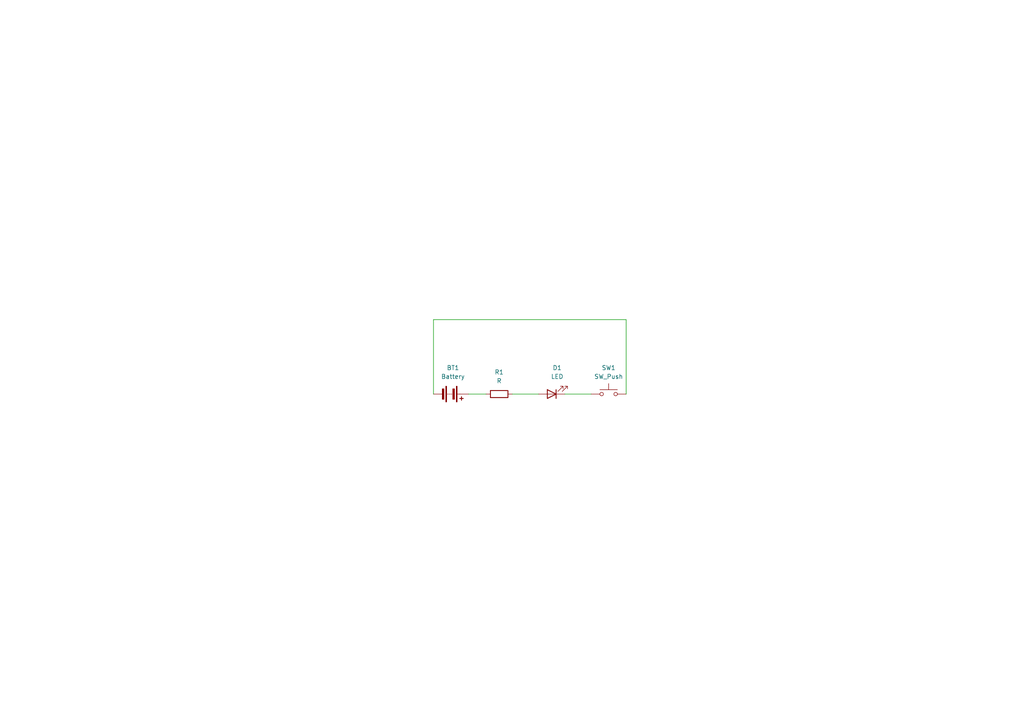
<source format=kicad_sch>
(kicad_sch (version 20250114) (generator "eeschema") (generator_version "9.0")
  (paper "A4")
  (lib_symbols
    (symbol "Device:Battery" (pin_numbers (hide yes)) (pin_names (offset 0) (hide yes))
      (property "Reference" "BT" (at 2.54 2.54 0))
      (property "Value" "Battery" (at 2.54 0 0))
      (symbol "Battery_0_1"
        (rectangle (start -2.286 1.778) (end 2.286 1.524) (fill (type outline)))
        (rectangle (start -2.286 -1.27) (end 2.286 -1.524) (fill (type outline)))
        (rectangle (start -1.524 1.016) (end 1.524 0.508) (fill (type outline)))
        (rectangle (start -1.524 -2.032) (end 1.524 -2.54) (fill (type outline)))
        (polyline (pts (xy 0 1.778) (xy 0 2.54)))
        (polyline (pts (xy 0 0) (xy 0 0.254)))
        (polyline (pts (xy 0 -0.508) (xy 0 -0.254)))
        (polyline (pts (xy 0 -1.016) (xy 0 -0.762)))
        (polyline (pts (xy 0.762 3.048) (xy 1.778 3.048)) (stroke (width 0.254)))
        (polyline (pts (xy 1.27 3.556) (xy 1.27 2.54)) (stroke (width 0.254)))
      )
      (symbol "Battery_1_1"
        (pin passive line (at 0 5.08 270) (length 2.54) (name "+") (number "1"))
        (pin passive line (at 0 -5.08 90) (length 2.54) (name "-") (number "2"))
      )
    )
    (symbol "Device:LED" (pin_numbers (hide yes)) (pin_names (offset 1.016) (hide yes))
      (property "Reference" "D" (at 0 2.54 0))
      (property "Value" "LED" (at 0 -2.54 0))
      (symbol "LED_0_1"
        (polyline (pts (xy -3.048 -0.762) (xy -4.572 -2.286) (xy -3.81 -2.286) (xy -4.572 -2.286) (xy -4.572 -1.524)))
        (polyline (pts (xy -1.778 -0.762) (xy -3.302 -2.286) (xy -2.54 -2.286) (xy -3.302 -2.286) (xy -3.302 -1.524)))
        (polyline (pts (xy -1.27 0) (xy 1.27 0)))
        (polyline (pts (xy -1.27 -1.27) (xy -1.27 1.27)) (stroke (width 0.254)))
        (polyline (pts (xy 1.27 -1.27) (xy 1.27 1.27) (xy -1.27 0) (xy 1.27 -1.27)) (stroke (width 0.254)))
      )
      (symbol "LED_1_1"
        (pin passive line (at -3.81 0 0) (length 2.54) (name "K") (number "1"))
        (pin passive line (at 3.81 0 180) (length 2.54) (name "A") (number "2"))
      )
    )
    (symbol "Device:R" (pin_numbers (hide yes)) (pin_names (offset 0))
      (property "Reference" "R" (at 2.032 0 90))
      (property "Value" "R" (at 0 0 90))
      (symbol "R_0_1"
        (rectangle (start -1.016 -2.54) (end 1.016 2.54) (stroke (width 0.254)))
      )
      (symbol "R_1_1"
        (pin passive line (at 0 3.81 270) (length 1.27) (name "~") (number "1"))
        (pin passive line (at 0 -3.81 90) (length 1.27) (name "~") (number "2"))
      )
    )
    (symbol "Switch:SW_Push" (pin_numbers (hide yes)) (pin_names (offset 1.016) (hide yes))
      (property "Reference" "SW" (at 1.27 2.54 0))
      (property "Value" "SW_Push" (at 0 -1.524 0))
      (symbol "SW_Push_0_1"
        (circle (center -2.032 0) (radius 0.508))
        (polyline (pts (xy 0 1.27) (xy 0 3.048)))
        (circle (center 2.032 0) (radius 0.508))
        (polyline (pts (xy 2.54 1.27) (xy -2.54 1.27)))
        (pin passive line (at -5.08 0 0) (length 2.54) (name "1") (number "1"))
        (pin passive line (at 5.08 0 180) (length 2.54) (name "2") (number "2"))
      )
    )
  )
  (wire (pts (xy 163.83 114.3) (xy 171.45 114.3)))
  (wire (pts (xy 135.89 114.3) (xy 140.97 114.3)))
  (wire (pts (xy 148.59 114.3) (xy 156.21 114.3)))
  (wire (pts (xy 181.61 114.3) (xy 181.61 92.71)))
  (wire (pts (xy 125.73 92.71) (xy 125.73 114.3)))
  (wire (pts (xy 181.61 92.71) (xy 125.73 92.71)))
  (symbol (lib_id "Device:LED") (at 160.02 114.3 180) (unit 1)
    (property "Reference" "D1" (at 161.6075 106.68 0))
    (property "Value" "LED" (at 161.6075 109.22 0))
    (property "Footprint" "LED_THT:LED_D5.0mm" (effects (hide yes)))
    (property "Description" "Light emitting diode" (effects (hide yes)))
    (property "Sim.Pins" "1=K 2=A" (effects (hide yes)))
  )
  (symbol (lib_id "Device:Battery") (at 130.81 114.3 270) (unit 1)
    (property "Reference" "BT1" (at 131.3815 106.68 90))
    (property "Value" "Battery" (at 131.3815 109.22 90))
    (property "Footprint" "Battery:BatteryHolder_Keystone_3034_1x20mm" (effects (hide yes)))
    (property "Description" "Multiple-cell battery" (effects (hide yes)))
  )
  (symbol (lib_id "Device:R") (at 144.78 114.3 90) (unit 1)
    (property "Reference" "R1" (at 144.78 107.95 90))
    (property "Value" "R" (at 144.78 110.49 90))
    (property "Footprint" "Resistor_THT:R_Axial_DIN0207_L6.3mm_D2.5mm_P7.62mm_Horizontal" (effects (hide yes)))
    (property "Description" "Resistor" (effects (hide yes)))
  )
  (symbol (lib_id "Switch:SW_Push") (at 176.53 114.3 0) (unit 1)
    (property "Reference" "SW1" (at 176.53 106.68 0))
    (property "Value" "SW_Push" (at 176.53 109.22 0))
    (property "Footprint" "Button_Switch_THT:SW_PUSH_6mm" (effects (hide yes)))
    (property "Description" "Push button switch, generic, two pins" (effects (hide yes)))
  )
)
</source>
